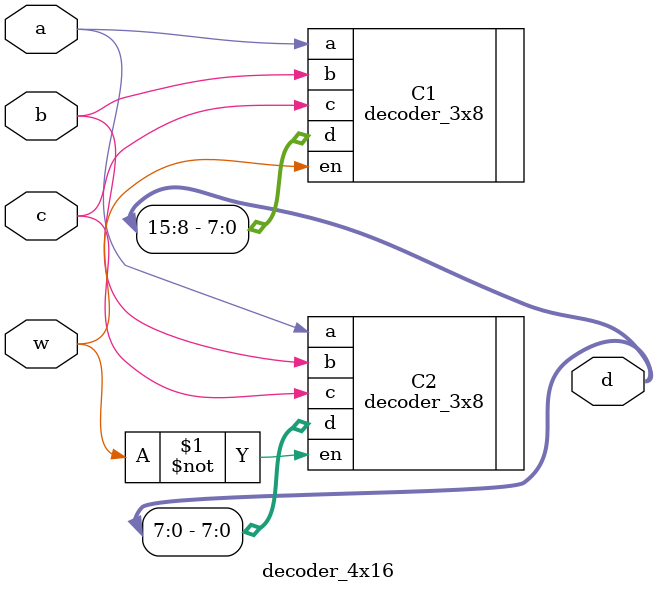
<source format=v>
`timescale 1ns / 1ps

`include "decoder_3x8.v"

module decoder_4x16(a,b,c,w,d);
    //  Declare  input  and  output  ports
    input a,b,c,w;
    output [15:0] d;

    // Instantiate two 3x8 decoders
    decoder_3x8 C1(.a(a), .b(b), .c(c), .en(w), .d(d[15:8]));
    decoder_3x8 C2(.a(a), .b(b), .c(c), .en(~w), .d(d[7:0]));

endmodule

</source>
